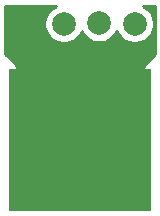
<source format=gbr>
G04 #@! TF.GenerationSoftware,KiCad,Pcbnew,(5.1.5)-3*
G04 #@! TF.CreationDate,2020-02-02T18:50:59-05:00*
G04 #@! TF.ProjectId,Low-Profile USB,4c6f772d-5072-46f6-9669-6c6520555342,rev?*
G04 #@! TF.SameCoordinates,Original*
G04 #@! TF.FileFunction,Copper,L2,Bot*
G04 #@! TF.FilePolarity,Positive*
%FSLAX46Y46*%
G04 Gerber Fmt 4.6, Leading zero omitted, Abs format (unit mm)*
G04 Created by KiCad (PCBNEW (5.1.5)-3) date 2020-02-02 18:50:59*
%MOMM*%
%LPD*%
G04 APERTURE LIST*
%ADD10R,12.000000X12.000000*%
%ADD11C,2.000000*%
%ADD12C,0.254000*%
G04 APERTURE END LIST*
D10*
X146000000Y-92000000D03*
D11*
X141600000Y-82150000D03*
X147600000Y-82100000D03*
X144600000Y-82150000D03*
X150600000Y-82150000D03*
D12*
G36*
X143825537Y-80701082D02*
G01*
X143557748Y-80880013D01*
X143330013Y-81107748D01*
X143151082Y-81375537D01*
X143027832Y-81673088D01*
X142965000Y-81988967D01*
X142965000Y-82311033D01*
X143027832Y-82626912D01*
X143151082Y-82924463D01*
X143330013Y-83192252D01*
X143557748Y-83419987D01*
X143825537Y-83598918D01*
X144123088Y-83722168D01*
X144438967Y-83785000D01*
X144761033Y-83785000D01*
X145076912Y-83722168D01*
X145374463Y-83598918D01*
X145642252Y-83419987D01*
X145869987Y-83192252D01*
X146048918Y-82924463D01*
X146110355Y-82776140D01*
X146151082Y-82874463D01*
X146330013Y-83142252D01*
X146557748Y-83369987D01*
X146825537Y-83548918D01*
X147123088Y-83672168D01*
X147438967Y-83735000D01*
X147761033Y-83735000D01*
X148076912Y-83672168D01*
X148374463Y-83548918D01*
X148642252Y-83369987D01*
X148869987Y-83142252D01*
X149048918Y-82874463D01*
X149089645Y-82776140D01*
X149151082Y-82924463D01*
X149330013Y-83192252D01*
X149557748Y-83419987D01*
X149825537Y-83598918D01*
X150123088Y-83722168D01*
X150438967Y-83785000D01*
X150761033Y-83785000D01*
X151076912Y-83722168D01*
X151374463Y-83598918D01*
X151642252Y-83419987D01*
X151869987Y-83192252D01*
X152048918Y-82924463D01*
X152172168Y-82626912D01*
X152235000Y-82311033D01*
X152235000Y-81988967D01*
X152172168Y-81673088D01*
X152048918Y-81375537D01*
X151869987Y-81107748D01*
X151642252Y-80880013D01*
X151374463Y-80701082D01*
X151275283Y-80660000D01*
X152340001Y-80660000D01*
X152340000Y-84726619D01*
X151556232Y-85510388D01*
X151531053Y-85531052D01*
X151510389Y-85556231D01*
X151510386Y-85556234D01*
X151448575Y-85631550D01*
X151387290Y-85746208D01*
X151349551Y-85870618D01*
X151336808Y-86000000D01*
X151340001Y-86032419D01*
X151340000Y-97340000D01*
X140660000Y-97340000D01*
X140660000Y-86032412D01*
X140663192Y-86000000D01*
X140660000Y-85967588D01*
X140660000Y-85967581D01*
X140650450Y-85870617D01*
X140612710Y-85746207D01*
X140551425Y-85631550D01*
X140535963Y-85612710D01*
X140489614Y-85556233D01*
X140489612Y-85556231D01*
X140468948Y-85531052D01*
X140443770Y-85510389D01*
X139660000Y-84726620D01*
X139660000Y-80660000D01*
X143924717Y-80660000D01*
X143825537Y-80701082D01*
G37*
X143825537Y-80701082D02*
X143557748Y-80880013D01*
X143330013Y-81107748D01*
X143151082Y-81375537D01*
X143027832Y-81673088D01*
X142965000Y-81988967D01*
X142965000Y-82311033D01*
X143027832Y-82626912D01*
X143151082Y-82924463D01*
X143330013Y-83192252D01*
X143557748Y-83419987D01*
X143825537Y-83598918D01*
X144123088Y-83722168D01*
X144438967Y-83785000D01*
X144761033Y-83785000D01*
X145076912Y-83722168D01*
X145374463Y-83598918D01*
X145642252Y-83419987D01*
X145869987Y-83192252D01*
X146048918Y-82924463D01*
X146110355Y-82776140D01*
X146151082Y-82874463D01*
X146330013Y-83142252D01*
X146557748Y-83369987D01*
X146825537Y-83548918D01*
X147123088Y-83672168D01*
X147438967Y-83735000D01*
X147761033Y-83735000D01*
X148076912Y-83672168D01*
X148374463Y-83548918D01*
X148642252Y-83369987D01*
X148869987Y-83142252D01*
X149048918Y-82874463D01*
X149089645Y-82776140D01*
X149151082Y-82924463D01*
X149330013Y-83192252D01*
X149557748Y-83419987D01*
X149825537Y-83598918D01*
X150123088Y-83722168D01*
X150438967Y-83785000D01*
X150761033Y-83785000D01*
X151076912Y-83722168D01*
X151374463Y-83598918D01*
X151642252Y-83419987D01*
X151869987Y-83192252D01*
X152048918Y-82924463D01*
X152172168Y-82626912D01*
X152235000Y-82311033D01*
X152235000Y-81988967D01*
X152172168Y-81673088D01*
X152048918Y-81375537D01*
X151869987Y-81107748D01*
X151642252Y-80880013D01*
X151374463Y-80701082D01*
X151275283Y-80660000D01*
X152340001Y-80660000D01*
X152340000Y-84726619D01*
X151556232Y-85510388D01*
X151531053Y-85531052D01*
X151510389Y-85556231D01*
X151510386Y-85556234D01*
X151448575Y-85631550D01*
X151387290Y-85746208D01*
X151349551Y-85870618D01*
X151336808Y-86000000D01*
X151340001Y-86032419D01*
X151340000Y-97340000D01*
X140660000Y-97340000D01*
X140660000Y-86032412D01*
X140663192Y-86000000D01*
X140660000Y-85967588D01*
X140660000Y-85967581D01*
X140650450Y-85870617D01*
X140612710Y-85746207D01*
X140551425Y-85631550D01*
X140535963Y-85612710D01*
X140489614Y-85556233D01*
X140489612Y-85556231D01*
X140468948Y-85531052D01*
X140443770Y-85510389D01*
X139660000Y-84726620D01*
X139660000Y-80660000D01*
X143924717Y-80660000D01*
X143825537Y-80701082D01*
M02*

</source>
